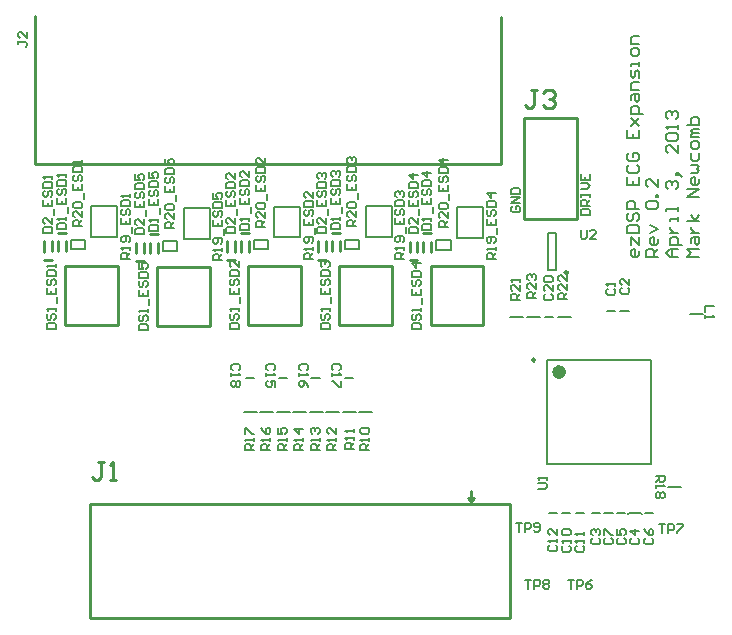
<source format=gto>
%FSLAX25Y25*%
%MOIN*%
G70*
G01*
G75*
G04 Layer_Color=65535*
%ADD10R,0.03150X0.03150*%
%ADD11O,0.00984X0.05906*%
%ADD12O,0.05906X0.00984*%
%ADD13R,0.03543X0.02559*%
%ADD14R,0.01575X0.01378*%
%ADD15R,0.09449X0.06693*%
%ADD16R,0.04528X0.02756*%
%ADD17R,0.03150X0.02362*%
%ADD18R,0.03543X0.02362*%
%ADD19R,0.05000X0.10000*%
%ADD20C,0.04000*%
%ADD21R,0.02400X0.07400*%
%ADD22C,0.03000*%
%ADD23C,0.00800*%
%ADD24C,0.02000*%
%ADD25C,0.01500*%
%ADD26C,0.02500*%
%ADD27C,0.01000*%
%ADD28C,0.00700*%
%ADD29C,0.01200*%
%ADD30R,0.05700X0.15400*%
%ADD31R,0.07500X0.37100*%
%ADD32R,0.06900X0.17500*%
%ADD33R,0.31800X0.05600*%
%ADD34R,0.45600X0.06300*%
%ADD35R,0.08100X0.04200*%
%ADD36R,0.09200X0.14200*%
%ADD37R,0.09400X0.04200*%
%ADD38R,0.23100X0.07700*%
%ADD39R,0.14800X0.05700*%
%ADD40R,0.03600X0.14100*%
%ADD41R,0.02200X0.05400*%
%ADD42R,0.02158X0.06200*%
%ADD43R,0.22800X0.13900*%
%ADD44C,0.05906*%
%ADD45C,0.05512*%
%ADD46C,0.14173*%
%ADD47C,0.02500*%
%ADD48R,0.09449X0.02992*%
%ADD49R,0.38300X0.04600*%
%ADD50R,0.25500X0.07100*%
%ADD51R,0.15800X0.14200*%
%ADD52R,0.21700X0.05400*%
%ADD53R,0.25000X0.07200*%
%ADD54R,0.23800X0.05800*%
%ADD55R,0.25700X0.08500*%
%ADD56R,0.24900X0.08000*%
%ADD57C,0.02362*%
%ADD58C,0.00984*%
%ADD59C,0.00600*%
%ADD60C,0.00787*%
D27*
X291900Y393112D02*
X300597D01*
Y412797D01*
X283006D02*
X300597D01*
X283006Y393112D02*
Y412797D01*
Y393112D02*
X291900D01*
X383000Y393458D02*
X391697D01*
Y413142D01*
X374106D02*
X391697D01*
X374106Y393458D02*
Y413142D01*
Y393458D02*
X383000D01*
X352600Y393657D02*
X361297D01*
Y413343D01*
X343706D02*
X361297D01*
X343706Y393657D02*
Y413343D01*
Y393657D02*
X352600D01*
X322200Y393572D02*
X330897D01*
Y413257D01*
X313306D02*
X330897D01*
X313306Y393572D02*
Y413257D01*
Y393572D02*
X322200D01*
X261200Y393657D02*
X269897D01*
Y413343D01*
X252306D02*
X269897D01*
X252306Y393657D02*
Y413343D01*
Y393657D02*
X261200D01*
X397579Y447165D02*
Y496378D01*
X242106Y447165D02*
X397579D01*
X242087Y447185D02*
X242106Y447165D01*
X242087Y447185D02*
Y496476D01*
X280621Y417627D02*
Y420973D01*
Y423828D02*
X283179D01*
Y417627D02*
Y421072D01*
X278579Y417627D02*
Y420973D01*
X276021Y414772D02*
X278579D01*
X276021Y417528D02*
Y420973D01*
X371721Y417972D02*
Y421319D01*
Y424173D02*
X374279D01*
Y417972D02*
Y421417D01*
X369679Y417972D02*
Y421319D01*
X367121Y415118D02*
X369679D01*
X367121Y417874D02*
Y421319D01*
X341320Y418172D02*
Y421519D01*
Y424373D02*
X343880D01*
Y418172D02*
Y421617D01*
X339280Y418172D02*
Y421519D01*
X336720Y415318D02*
X339280D01*
X336720Y418074D02*
Y421519D01*
X310921Y418087D02*
Y421433D01*
Y424287D02*
X313479D01*
Y418087D02*
Y421531D01*
X308879Y418087D02*
Y421433D01*
X306321Y415232D02*
X308879D01*
X306321Y417988D02*
Y421433D01*
X249921Y418172D02*
Y421519D01*
Y424373D02*
X252480D01*
Y418172D02*
Y421617D01*
X247880Y418172D02*
Y421519D01*
X245321Y415318D02*
X247880D01*
X245321Y418074D02*
Y421519D01*
X422666Y462534D02*
X422765Y462435D01*
Y428774D02*
Y462435D01*
X405343Y428774D02*
X422765D01*
X405245Y428872D02*
X405343Y428774D01*
X405245Y428872D02*
Y462534D01*
X422666D01*
X260708Y295800D02*
X400692D01*
X260708D02*
Y334000D01*
X400692D01*
Y295800D02*
Y334000D01*
X387700Y334900D02*
Y338400D01*
X386700Y335900D02*
X387700Y334900D01*
X388700Y335900D01*
X409699Y471998D02*
X407699D01*
X408699D01*
Y467000D01*
X407699Y466000D01*
X406700D01*
X405700Y467000D01*
X411698Y470998D02*
X412698Y471998D01*
X414697D01*
X415697Y470998D01*
Y469999D01*
X414697Y468999D01*
X413697D01*
X414697D01*
X415697Y467999D01*
Y467000D01*
X414697Y466000D01*
X412698D01*
X411698Y467000D01*
X265241Y347899D02*
X263242D01*
X264241D01*
Y342900D01*
X263242Y341900D01*
X262242D01*
X261242Y342900D01*
X267240Y341900D02*
X269240D01*
X268240D01*
Y347899D01*
X267240Y346899D01*
D28*
X463600Y416400D02*
X459601D01*
X460934Y417733D01*
X459601Y419066D01*
X463600D01*
X460934Y421065D02*
Y422398D01*
X461601Y423065D01*
X463600D01*
Y421065D01*
X462934Y420399D01*
X462267Y421065D01*
Y423065D01*
X460934Y424397D02*
X463600D01*
X462267D01*
X461601Y425064D01*
X460934Y425730D01*
Y426397D01*
X463600Y428396D02*
X459601D01*
X462267D02*
X460934Y430396D01*
X462267Y428396D02*
X463600Y430396D01*
Y436393D02*
X459601D01*
X463600Y439059D01*
X459601D01*
X463600Y442392D02*
Y441059D01*
X462934Y440392D01*
X461601D01*
X460934Y441059D01*
Y442392D01*
X461601Y443058D01*
X462267D01*
Y440392D01*
X460934Y444391D02*
X462934D01*
X463600Y445057D01*
X462934Y445724D01*
X463600Y446390D01*
X462934Y447057D01*
X460934D01*
Y451055D02*
Y449056D01*
X461601Y448390D01*
X462934D01*
X463600Y449056D01*
Y451055D01*
Y453055D02*
Y454388D01*
X462934Y455054D01*
X461601D01*
X460934Y454388D01*
Y453055D01*
X461601Y452388D01*
X462934D01*
X463600Y453055D01*
Y456387D02*
X460934D01*
Y457054D01*
X461601Y457720D01*
X463600D01*
X461601D01*
X460934Y458386D01*
X461601Y459053D01*
X463600D01*
X459601Y460386D02*
X463600D01*
Y462385D01*
X462934Y463052D01*
X462267D01*
X461601D01*
X460934Y462385D01*
Y460386D01*
X456600Y416200D02*
X453934D01*
X452601Y417533D01*
X453934Y418866D01*
X456600D01*
X454601D01*
Y416200D01*
X457933Y420199D02*
X453934D01*
Y422198D01*
X454601Y422864D01*
X455934D01*
X456600Y422198D01*
Y420199D01*
X453934Y424197D02*
X456600D01*
X455267D01*
X454601Y424864D01*
X453934Y425530D01*
Y426197D01*
X456600Y428196D02*
Y429529D01*
Y428863D01*
X453934D01*
Y428196D01*
X456600Y431528D02*
Y432861D01*
Y432195D01*
X452601D01*
Y431528D01*
X453268Y438859D02*
X452601Y439526D01*
Y440859D01*
X453268Y441525D01*
X453934D01*
X454601Y440859D01*
Y440192D01*
Y440859D01*
X455267Y441525D01*
X455934D01*
X456600Y440859D01*
Y439526D01*
X455934Y438859D01*
X457266Y443525D02*
X456600Y444191D01*
X455934D01*
Y443525D01*
X456600D01*
Y444191D01*
X457266Y443525D01*
X457933Y442858D01*
X456600Y453521D02*
Y450855D01*
X453934Y453521D01*
X453268D01*
X452601Y452855D01*
Y451522D01*
X453268Y450855D01*
Y454854D02*
X452601Y455521D01*
Y456853D01*
X453268Y457520D01*
X455934D01*
X456600Y456853D01*
Y455521D01*
X455934Y454854D01*
X453268D01*
X456600Y458853D02*
Y460186D01*
Y459519D01*
X452601D01*
X453268Y458853D01*
Y462185D02*
X452601Y462852D01*
Y464185D01*
X453268Y464851D01*
X453934D01*
X454601Y464185D01*
Y463518D01*
Y464185D01*
X455267Y464851D01*
X455934D01*
X456600Y464185D01*
Y462852D01*
X455934Y462185D01*
X450000Y416200D02*
X446001D01*
Y418199D01*
X446668Y418866D01*
X448001D01*
X448667Y418199D01*
Y416200D01*
Y417533D02*
X450000Y418866D01*
Y422198D02*
Y420865D01*
X449334Y420199D01*
X448001D01*
X447334Y420865D01*
Y422198D01*
X448001Y422864D01*
X448667D01*
Y420199D01*
X447334Y424197D02*
X450000Y425530D01*
X447334Y426863D01*
X446668Y432195D02*
X446001Y432861D01*
Y434194D01*
X446668Y434861D01*
X449334D01*
X450000Y434194D01*
Y432861D01*
X449334Y432195D01*
X446668D01*
X450000Y436194D02*
X449334D01*
Y436860D01*
X450000D01*
Y436194D01*
Y442192D02*
Y439526D01*
X447334Y442192D01*
X446668D01*
X446001Y441525D01*
Y440192D01*
X446668Y439526D01*
X443600Y418099D02*
Y416766D01*
X442934Y416100D01*
X441601D01*
X440934Y416766D01*
Y418099D01*
X441601Y418766D01*
X442267D01*
Y416100D01*
X440934Y420099D02*
Y422764D01*
X443600Y420099D01*
Y422764D01*
X439601Y424097D02*
X443600D01*
Y426097D01*
X442934Y426763D01*
X440268D01*
X439601Y426097D01*
Y424097D01*
X440268Y430762D02*
X439601Y430095D01*
Y428763D01*
X440268Y428096D01*
X440934D01*
X441601Y428763D01*
Y430095D01*
X442267Y430762D01*
X442934D01*
X443600Y430095D01*
Y428763D01*
X442934Y428096D01*
X443600Y432095D02*
X439601D01*
Y434094D01*
X440268Y434761D01*
X441601D01*
X442267Y434094D01*
Y432095D01*
X439601Y442758D02*
Y440092D01*
X443600D01*
Y442758D01*
X441601Y440092D02*
Y441425D01*
X440268Y446757D02*
X439601Y446090D01*
Y444757D01*
X440268Y444091D01*
X442934D01*
X443600Y444757D01*
Y446090D01*
X442934Y446757D01*
X440268Y450756D02*
X439601Y450089D01*
Y448756D01*
X440268Y448090D01*
X442934D01*
X443600Y448756D01*
Y450089D01*
X442934Y450756D01*
X441601D01*
Y449423D01*
X439601Y458753D02*
Y456087D01*
X443600D01*
Y458753D01*
X441601Y456087D02*
Y457420D01*
X440934Y460086D02*
X443600Y462752D01*
X442267Y461419D01*
X440934Y462752D01*
X443600Y460086D01*
X444933Y464084D02*
X440934D01*
Y466084D01*
X441601Y466750D01*
X442934D01*
X443600Y466084D01*
Y464084D01*
X440934Y468750D02*
Y470083D01*
X441601Y470749D01*
X443600D01*
Y468750D01*
X442934Y468083D01*
X442267Y468750D01*
Y470749D01*
X443600Y472082D02*
X440934D01*
Y474081D01*
X441601Y474748D01*
X443600D01*
Y476081D02*
Y478080D01*
X442934Y478747D01*
X442267Y478080D01*
Y476747D01*
X441601Y476081D01*
X440934Y476747D01*
Y478747D01*
X443600Y480079D02*
Y481412D01*
Y480746D01*
X440934D01*
Y480079D01*
X443600Y484078D02*
Y485411D01*
X442934Y486077D01*
X441601D01*
X440934Y485411D01*
Y484078D01*
X441601Y483412D01*
X442934D01*
X443600Y484078D01*
Y487410D02*
X440934D01*
Y489410D01*
X441601Y490076D01*
X443600D01*
D57*
X418138Y377920D02*
G03*
X418138Y377920I-1181J0D01*
G01*
D58*
X408984Y381955D02*
G03*
X408984Y381955I-492J0D01*
G01*
X419816Y411013D02*
G03*
X419816Y411013I-492J0D01*
G01*
D59*
X312422Y376000D02*
X315178D01*
X345422D02*
X348178D01*
X334378D02*
X337134D01*
X323522D02*
X326278D01*
X437385Y398234D02*
X440140D01*
X432845D02*
X435601D01*
X445465Y330934D02*
X448220D01*
X432065Y331034D02*
X434821D01*
X436265D02*
X439020D01*
X444016D02*
X444508Y330542D01*
X443720Y331034D02*
X444016D01*
X439882Y330542D02*
X440374Y331034D01*
X440965D01*
X443720D01*
X427765D02*
X430520D01*
X413465Y330978D02*
X416221D01*
X417965D02*
X420720D01*
X422465D02*
X425220D01*
X350269Y364679D02*
X354599D01*
X344769Y364655D02*
X349099D01*
X339268Y364679D02*
X343599D01*
X333769D02*
X338099D01*
X328269Y364600D02*
X332599D01*
X322768D02*
X327099D01*
X317268Y364679D02*
X321599D01*
X311769D02*
X316099D01*
X291769Y422336D02*
Y432572D01*
Y422336D02*
X300431D01*
Y432572D01*
X291769D02*
X300431D01*
X284938Y421475D02*
X289662D01*
Y418325D02*
Y421475D01*
X284938Y418325D02*
X289662D01*
X284938D02*
Y421475D01*
X382869Y422682D02*
Y432918D01*
Y422682D02*
X391531D01*
Y432918D01*
X382869D02*
X391531D01*
X376038Y421820D02*
X380762D01*
Y418671D02*
Y421820D01*
X376038Y418671D02*
X380762D01*
X376038D02*
Y421820D01*
X352469Y422882D02*
Y433118D01*
Y422882D02*
X361131D01*
Y433118D01*
X352469D02*
X361131D01*
X345638Y422020D02*
X350362D01*
Y418871D02*
Y422020D01*
X345638Y418871D02*
X350362D01*
X345638D02*
Y422020D01*
X322069Y422796D02*
Y433032D01*
Y422796D02*
X330731D01*
Y433032D01*
X322069D02*
X330731D01*
X315238Y421935D02*
X319962D01*
Y418785D02*
Y421935D01*
X315238Y418785D02*
X319962D01*
X315238D02*
Y421935D01*
X254238Y422020D02*
X258962D01*
Y418871D02*
Y422020D01*
X254238Y418871D02*
X258962D01*
X254238D02*
Y422020D01*
X261069Y422882D02*
Y433118D01*
Y422882D02*
X269731D01*
Y433118D01*
X261069D02*
X269731D01*
X453135Y339600D02*
X457465D01*
X460535Y397400D02*
X464865D01*
X412222Y396100D02*
X414978D01*
X416435D02*
X420765D01*
X400435D02*
X404765D01*
X406135D02*
X410465D01*
X409901Y339000D02*
X412400D01*
X412900Y339500D01*
Y340499D01*
X412400Y340999D01*
X409901D01*
X412900Y341999D02*
Y342999D01*
Y342499D01*
X409901D01*
X410401Y341999D01*
X288700Y425900D02*
X285701D01*
Y427399D01*
X286201Y427899D01*
X287200D01*
X287700Y427399D01*
Y425900D01*
Y426900D02*
X288700Y427899D01*
Y430898D02*
Y428899D01*
X286701Y430898D01*
X286201D01*
X285701Y430399D01*
Y429399D01*
X286201Y428899D01*
Y431898D02*
X285701Y432398D01*
Y433398D01*
X286201Y433897D01*
X288200D01*
X288700Y433398D01*
Y432398D01*
X288200Y431898D01*
X286201D01*
X289200Y434897D02*
Y436896D01*
X285701Y439895D02*
Y437896D01*
X288700D01*
Y439895D01*
X287200Y437896D02*
Y438896D01*
X286201Y442895D02*
X285701Y442395D01*
Y441395D01*
X286201Y440895D01*
X286701D01*
X287200Y441395D01*
Y442395D01*
X287700Y442895D01*
X288200D01*
X288700Y442395D01*
Y441395D01*
X288200Y440895D01*
X285701Y443894D02*
X288700D01*
Y445394D01*
X288200Y445893D01*
X286201D01*
X285701Y445394D01*
Y443894D01*
Y448893D02*
Y446893D01*
X287200D01*
X286701Y447893D01*
Y448393D01*
X287200Y448893D01*
X288200D01*
X288700Y448393D01*
Y447393D01*
X288200Y446893D01*
X379800Y426246D02*
X376801D01*
Y427745D01*
X377301Y428245D01*
X378300D01*
X378800Y427745D01*
Y426246D01*
Y427245D02*
X379800Y428245D01*
Y431244D02*
Y429245D01*
X377801Y431244D01*
X377301D01*
X376801Y430744D01*
Y429744D01*
X377301Y429245D01*
Y432244D02*
X376801Y432744D01*
Y433743D01*
X377301Y434243D01*
X379300D01*
X379800Y433743D01*
Y432744D01*
X379300Y432244D01*
X377301D01*
X380300Y435243D02*
Y437242D01*
X376801Y440241D02*
Y438242D01*
X379800D01*
Y440241D01*
X378300Y438242D02*
Y439242D01*
X377301Y443240D02*
X376801Y442740D01*
Y441741D01*
X377301Y441241D01*
X377801D01*
X378300Y441741D01*
Y442740D01*
X378800Y443240D01*
X379300D01*
X379800Y442740D01*
Y441741D01*
X379300Y441241D01*
X376801Y444240D02*
X379800D01*
Y445739D01*
X379300Y446239D01*
X377301D01*
X376801Y445739D01*
Y444240D01*
X379800Y448738D02*
X376801D01*
X378300Y447239D01*
Y449238D01*
X349400Y426446D02*
X346401D01*
Y427945D01*
X346901Y428445D01*
X347901D01*
X348400Y427945D01*
Y426446D01*
Y427445D02*
X349400Y428445D01*
Y431444D02*
Y429445D01*
X347401Y431444D01*
X346901D01*
X346401Y430944D01*
Y429945D01*
X346901Y429445D01*
Y432444D02*
X346401Y432944D01*
Y433943D01*
X346901Y434443D01*
X348900D01*
X349400Y433943D01*
Y432944D01*
X348900Y432444D01*
X346901D01*
X349900Y435443D02*
Y437442D01*
X346401Y440441D02*
Y438442D01*
X349400D01*
Y440441D01*
X347901Y438442D02*
Y439441D01*
X346901Y443440D02*
X346401Y442940D01*
Y441941D01*
X346901Y441441D01*
X347401D01*
X347901Y441941D01*
Y442940D01*
X348400Y443440D01*
X348900D01*
X349400Y442940D01*
Y441941D01*
X348900Y441441D01*
X346401Y444440D02*
X349400D01*
Y445939D01*
X348900Y446439D01*
X346901D01*
X346401Y445939D01*
Y444440D01*
X346901Y447439D02*
X346401Y447939D01*
Y448938D01*
X346901Y449438D01*
X347401D01*
X347901Y448938D01*
Y448439D01*
Y448938D01*
X348400Y449438D01*
X348900D01*
X349400Y448938D01*
Y447939D01*
X348900Y447439D01*
X319000Y426360D02*
X316001D01*
Y427859D01*
X316501Y428359D01*
X317500D01*
X318000Y427859D01*
Y426360D01*
Y427359D02*
X319000Y428359D01*
Y431358D02*
Y429359D01*
X317001Y431358D01*
X316501D01*
X316001Y430858D01*
Y429859D01*
X316501Y429359D01*
Y432358D02*
X316001Y432858D01*
Y433857D01*
X316501Y434357D01*
X318500D01*
X319000Y433857D01*
Y432858D01*
X318500Y432358D01*
X316501D01*
X319500Y435357D02*
Y437356D01*
X316001Y440355D02*
Y438356D01*
X319000D01*
Y440355D01*
X317500Y438356D02*
Y439356D01*
X316501Y443354D02*
X316001Y442854D01*
Y441855D01*
X316501Y441355D01*
X317001D01*
X317500Y441855D01*
Y442854D01*
X318000Y443354D01*
X318500D01*
X319000Y442854D01*
Y441855D01*
X318500Y441355D01*
X316001Y444354D02*
X319000D01*
Y445854D01*
X318500Y446353D01*
X316501D01*
X316001Y445854D01*
Y444354D01*
X319000Y449352D02*
Y447353D01*
X317001Y449352D01*
X316501D01*
X316001Y448853D01*
Y447853D01*
X316501Y447353D01*
X258000Y426446D02*
X255001D01*
Y427945D01*
X255501Y428445D01*
X256501D01*
X257000Y427945D01*
Y426446D01*
Y427445D02*
X258000Y428445D01*
Y431444D02*
Y429445D01*
X256001Y431444D01*
X255501D01*
X255001Y430944D01*
Y429945D01*
X255501Y429445D01*
Y432444D02*
X255001Y432944D01*
Y433943D01*
X255501Y434443D01*
X257500D01*
X258000Y433943D01*
Y432944D01*
X257500Y432444D01*
X255501D01*
X258500Y435443D02*
Y437442D01*
X255001Y440441D02*
Y438442D01*
X258000D01*
Y440441D01*
X256501Y438442D02*
Y439441D01*
X255501Y443440D02*
X255001Y442940D01*
Y441941D01*
X255501Y441441D01*
X256001D01*
X256501Y441941D01*
Y442940D01*
X257000Y443440D01*
X257500D01*
X258000Y442940D01*
Y441941D01*
X257500Y441441D01*
X255001Y444440D02*
X258000D01*
Y445939D01*
X257500Y446439D01*
X255501D01*
X255001Y445939D01*
Y444440D01*
X258000Y447439D02*
Y448439D01*
Y447939D01*
X255001D01*
X255501Y447439D01*
X304700Y415100D02*
X301701D01*
Y416600D01*
X302201Y417099D01*
X303201D01*
X303700Y416600D01*
Y415100D01*
Y416100D02*
X304700Y417099D01*
Y418099D02*
Y419099D01*
Y418599D01*
X301701D01*
X302201Y418099D01*
X304200Y420598D02*
X304700Y421098D01*
Y422098D01*
X304200Y422598D01*
X302201D01*
X301701Y422098D01*
Y421098D01*
X302201Y420598D01*
X302701D01*
X303201Y421098D01*
Y422598D01*
X305200Y423597D02*
Y425597D01*
X301701Y428596D02*
Y426596D01*
X304700D01*
Y428596D01*
X303201Y426596D02*
Y427596D01*
X302201Y431595D02*
X301701Y431095D01*
Y430095D01*
X302201Y429595D01*
X302701D01*
X303201Y430095D01*
Y431095D01*
X303700Y431595D01*
X304200D01*
X304700Y431095D01*
Y430095D01*
X304200Y429595D01*
X301701Y432594D02*
X304700D01*
Y434094D01*
X304200Y434594D01*
X302201D01*
X301701Y434094D01*
Y432594D01*
Y437593D02*
Y435593D01*
X303201D01*
X302701Y436593D01*
Y437093D01*
X303201Y437593D01*
X304200D01*
X304700Y437093D01*
Y436093D01*
X304200Y435593D01*
X395800Y415446D02*
X392801D01*
Y416945D01*
X393301Y417445D01*
X394301D01*
X394800Y416945D01*
Y415446D01*
Y416445D02*
X395800Y417445D01*
Y418445D02*
Y419444D01*
Y418945D01*
X392801D01*
X393301Y418445D01*
X395300Y420944D02*
X395800Y421444D01*
Y422443D01*
X395300Y422943D01*
X393301D01*
X392801Y422443D01*
Y421444D01*
X393301Y420944D01*
X393801D01*
X394301Y421444D01*
Y422943D01*
X396300Y423943D02*
Y425942D01*
X392801Y428941D02*
Y426942D01*
X395800D01*
Y428941D01*
X394301Y426942D02*
Y427942D01*
X393301Y431940D02*
X392801Y431440D01*
Y430441D01*
X393301Y429941D01*
X393801D01*
X394301Y430441D01*
Y431440D01*
X394800Y431940D01*
X395300D01*
X395800Y431440D01*
Y430441D01*
X395300Y429941D01*
X392801Y432940D02*
X395800D01*
Y434440D01*
X395300Y434939D01*
X393301D01*
X392801Y434440D01*
Y432940D01*
X395800Y437439D02*
X392801D01*
X394301Y435939D01*
Y437938D01*
X365400Y415646D02*
X362401D01*
Y417145D01*
X362901Y417645D01*
X363900D01*
X364400Y417145D01*
Y415646D01*
Y416645D02*
X365400Y417645D01*
Y418645D02*
Y419644D01*
Y419144D01*
X362401D01*
X362901Y418645D01*
X364900Y421144D02*
X365400Y421644D01*
Y422643D01*
X364900Y423143D01*
X362901D01*
X362401Y422643D01*
Y421644D01*
X362901Y421144D01*
X363401D01*
X363900Y421644D01*
Y423143D01*
X365900Y424143D02*
Y426142D01*
X362401Y429141D02*
Y427142D01*
X365400D01*
Y429141D01*
X363900Y427142D02*
Y428142D01*
X362901Y432140D02*
X362401Y431640D01*
Y430641D01*
X362901Y430141D01*
X363401D01*
X363900Y430641D01*
Y431640D01*
X364400Y432140D01*
X364900D01*
X365400Y431640D01*
Y430641D01*
X364900Y430141D01*
X362401Y433140D02*
X365400D01*
Y434640D01*
X364900Y435139D01*
X362901D01*
X362401Y434640D01*
Y433140D01*
X362901Y436139D02*
X362401Y436639D01*
Y437639D01*
X362901Y438138D01*
X363401D01*
X363900Y437639D01*
Y437139D01*
Y437639D01*
X364400Y438138D01*
X364900D01*
X365400Y437639D01*
Y436639D01*
X364900Y436139D01*
X335000Y415560D02*
X332001D01*
Y417059D01*
X332501Y417559D01*
X333501D01*
X334000Y417059D01*
Y415560D01*
Y416560D02*
X335000Y417559D01*
Y418559D02*
Y419559D01*
Y419059D01*
X332001D01*
X332501Y418559D01*
X334500Y421058D02*
X335000Y421558D01*
Y422558D01*
X334500Y423057D01*
X332501D01*
X332001Y422558D01*
Y421558D01*
X332501Y421058D01*
X333001D01*
X333501Y421558D01*
Y423057D01*
X335500Y424057D02*
Y426056D01*
X332001Y429056D02*
Y427056D01*
X335000D01*
Y429056D01*
X333501Y427056D02*
Y428056D01*
X332501Y432055D02*
X332001Y431555D01*
Y430555D01*
X332501Y430055D01*
X333001D01*
X333501Y430555D01*
Y431555D01*
X334000Y432055D01*
X334500D01*
X335000Y431555D01*
Y430555D01*
X334500Y430055D01*
X332001Y433054D02*
X335000D01*
Y434554D01*
X334500Y435053D01*
X332501D01*
X332001Y434554D01*
Y433054D01*
X335000Y438053D02*
Y436053D01*
X333001Y438053D01*
X332501D01*
X332001Y437553D01*
Y436553D01*
X332501Y436053D01*
X274000Y415646D02*
X271001D01*
Y417145D01*
X271501Y417645D01*
X272500D01*
X273000Y417145D01*
Y415646D01*
Y416645D02*
X274000Y417645D01*
Y418645D02*
Y419644D01*
Y419144D01*
X271001D01*
X271501Y418645D01*
X273500Y421144D02*
X274000Y421644D01*
Y422643D01*
X273500Y423143D01*
X271501D01*
X271001Y422643D01*
Y421644D01*
X271501Y421144D01*
X272001D01*
X272500Y421644D01*
Y423143D01*
X274500Y424143D02*
Y426142D01*
X271001Y429141D02*
Y427142D01*
X274000D01*
Y429141D01*
X272500Y427142D02*
Y428142D01*
X271501Y432140D02*
X271001Y431640D01*
Y430641D01*
X271501Y430141D01*
X272001D01*
X272500Y430641D01*
Y431640D01*
X273000Y432140D01*
X273500D01*
X274000Y431640D01*
Y430641D01*
X273500Y430141D01*
X271001Y433140D02*
X274000D01*
Y434640D01*
X273500Y435139D01*
X271501D01*
X271001Y434640D01*
Y433140D01*
X274000Y436139D02*
Y437139D01*
Y436639D01*
X271001D01*
X271501Y436139D01*
X449200Y343300D02*
X452199D01*
Y341800D01*
X451699Y341301D01*
X450700D01*
X450200Y341800D01*
Y343300D01*
Y342300D02*
X449200Y341301D01*
Y340301D02*
Y339301D01*
Y339801D01*
X452199D01*
X451699Y340301D01*
Y337802D02*
X452199Y337302D01*
Y336302D01*
X451699Y335802D01*
X451199D01*
X450700Y336302D01*
X450200Y335802D01*
X449700D01*
X449200Y336302D01*
Y337302D01*
X449700Y337802D01*
X450200D01*
X450700Y337302D01*
X451199Y337802D01*
X451699D01*
X450700Y337302D02*
Y336302D01*
X315234Y351879D02*
X312235D01*
Y353378D01*
X312735Y353878D01*
X313734D01*
X314234Y353378D01*
Y351879D01*
Y352878D02*
X315234Y353878D01*
Y354878D02*
Y355877D01*
Y355378D01*
X312235D01*
X312735Y354878D01*
X312235Y357377D02*
Y359376D01*
X312735D01*
X314734Y357377D01*
X315234D01*
X320734Y351879D02*
X317735D01*
Y353378D01*
X318235Y353878D01*
X319234D01*
X319734Y353378D01*
Y351879D01*
Y352878D02*
X320734Y353878D01*
Y354878D02*
Y355877D01*
Y355378D01*
X317735D01*
X318235Y354878D01*
X317735Y359376D02*
X318235Y358377D01*
X319234Y357377D01*
X320234D01*
X320734Y357877D01*
Y358876D01*
X320234Y359376D01*
X319734D01*
X319234Y358876D01*
Y357377D01*
X326234Y351800D02*
X323235D01*
Y353299D01*
X323735Y353799D01*
X324734D01*
X325234Y353299D01*
Y351800D01*
Y352800D02*
X326234Y353799D01*
Y354799D02*
Y355799D01*
Y355299D01*
X323235D01*
X323735Y354799D01*
X323235Y359298D02*
Y357298D01*
X324734D01*
X324235Y358298D01*
Y358798D01*
X324734Y359298D01*
X325734D01*
X326234Y358798D01*
Y357798D01*
X325734Y357298D01*
X331734Y351800D02*
X328735D01*
Y353299D01*
X329235Y353799D01*
X330234D01*
X330734Y353299D01*
Y351800D01*
Y352800D02*
X331734Y353799D01*
Y354799D02*
Y355799D01*
Y355299D01*
X328735D01*
X329235Y354799D01*
X331734Y358798D02*
X328735D01*
X330234Y357298D01*
Y359298D01*
X337234Y351879D02*
X334235D01*
Y353378D01*
X334735Y353878D01*
X335734D01*
X336234Y353378D01*
Y351879D01*
Y352878D02*
X337234Y353878D01*
Y354878D02*
Y355877D01*
Y355378D01*
X334235D01*
X334735Y354878D01*
Y357377D02*
X334235Y357877D01*
Y358876D01*
X334735Y359376D01*
X335234D01*
X335734Y358876D01*
Y358377D01*
Y358876D01*
X336234Y359376D01*
X336734D01*
X337234Y358876D01*
Y357877D01*
X336734Y357377D01*
X342734Y351879D02*
X339735D01*
Y353378D01*
X340235Y353878D01*
X341234D01*
X341734Y353378D01*
Y351879D01*
Y352878D02*
X342734Y353878D01*
Y354878D02*
Y355877D01*
Y355378D01*
X339735D01*
X340235Y354878D01*
X342734Y359376D02*
Y357377D01*
X340735Y359376D01*
X340235D01*
X339735Y358876D01*
Y357877D01*
X340235Y357377D01*
X348702Y352261D02*
X345703D01*
Y353760D01*
X346203Y354260D01*
X347203D01*
X347703Y353760D01*
Y352261D01*
Y353260D02*
X348702Y354260D01*
Y355260D02*
Y356259D01*
Y355760D01*
X345703D01*
X346203Y355260D01*
X348702Y357759D02*
Y358758D01*
Y358259D01*
X345703D01*
X346203Y357759D01*
X353734Y351879D02*
X350735D01*
Y353378D01*
X351235Y353878D01*
X352234D01*
X352734Y353378D01*
Y351879D01*
Y352878D02*
X353734Y353878D01*
Y354878D02*
Y355877D01*
Y355378D01*
X350735D01*
X351235Y354878D01*
Y357377D02*
X350735Y357877D01*
Y358876D01*
X351235Y359376D01*
X353234D01*
X353734Y358876D01*
Y357877D01*
X353234Y357377D01*
X351235D01*
X468599Y399800D02*
X465600D01*
Y397801D01*
Y396801D02*
Y395801D01*
Y396301D01*
X468599D01*
X468099Y396801D01*
X236690Y488276D02*
Y487276D01*
Y487776D01*
X239189D01*
X239689Y487276D01*
Y486776D01*
X239189Y486276D01*
X239689Y491275D02*
Y489275D01*
X237690Y491275D01*
X237190D01*
X236690Y490775D01*
Y489775D01*
X237190Y489275D01*
X276801Y391854D02*
X279800D01*
Y393354D01*
X279300Y393854D01*
X277301D01*
X276801Y393354D01*
Y391854D01*
X277301Y396853D02*
X276801Y396353D01*
Y395353D01*
X277301Y394853D01*
X277801D01*
X278300Y395353D01*
Y396353D01*
X278800Y396853D01*
X279300D01*
X279800Y396353D01*
Y395353D01*
X279300Y394853D01*
X279800Y397852D02*
Y398852D01*
Y398352D01*
X276801D01*
X277301Y397852D01*
X280300Y400352D02*
Y402351D01*
X276801Y405350D02*
Y403351D01*
X279800D01*
Y405350D01*
X278300Y403351D02*
Y404350D01*
X277301Y408349D02*
X276801Y407849D01*
Y406849D01*
X277301Y406350D01*
X277801D01*
X278300Y406849D01*
Y407849D01*
X278800Y408349D01*
X279300D01*
X279800Y407849D01*
Y406849D01*
X279300Y406350D01*
X276801Y409349D02*
X279800D01*
Y410848D01*
X279300Y411348D01*
X277301D01*
X276801Y410848D01*
Y409349D01*
Y414347D02*
Y412348D01*
X278300D01*
X277801Y413347D01*
Y413847D01*
X278300Y414347D01*
X279300D01*
X279800Y413847D01*
Y412848D01*
X279300Y412348D01*
X367901Y392200D02*
X370900D01*
Y393700D01*
X370400Y394199D01*
X368401D01*
X367901Y393700D01*
Y392200D01*
X368401Y397198D02*
X367901Y396698D01*
Y395699D01*
X368401Y395199D01*
X368901D01*
X369401Y395699D01*
Y396698D01*
X369900Y397198D01*
X370400D01*
X370900Y396698D01*
Y395699D01*
X370400Y395199D01*
X370900Y398198D02*
Y399198D01*
Y398698D01*
X367901D01*
X368401Y398198D01*
X371400Y400697D02*
Y402697D01*
X367901Y405696D02*
Y403696D01*
X370900D01*
Y405696D01*
X369401Y403696D02*
Y404696D01*
X368401Y408695D02*
X367901Y408195D01*
Y407195D01*
X368401Y406695D01*
X368901D01*
X369401Y407195D01*
Y408195D01*
X369900Y408695D01*
X370400D01*
X370900Y408195D01*
Y407195D01*
X370400Y406695D01*
X367901Y409694D02*
X370900D01*
Y411194D01*
X370400Y411694D01*
X368401D01*
X367901Y411194D01*
Y409694D01*
X370900Y414193D02*
X367901D01*
X369401Y412693D01*
Y414693D01*
X337501Y392400D02*
X340500D01*
Y393899D01*
X340000Y394399D01*
X338001D01*
X337501Y393899D01*
Y392400D01*
X338001Y397398D02*
X337501Y396899D01*
Y395899D01*
X338001Y395399D01*
X338501D01*
X339001Y395899D01*
Y396899D01*
X339500Y397398D01*
X340000D01*
X340500Y396899D01*
Y395899D01*
X340000Y395399D01*
X340500Y398398D02*
Y399398D01*
Y398898D01*
X337501D01*
X338001Y398398D01*
X341000Y400897D02*
Y402897D01*
X337501Y405896D02*
Y403896D01*
X340500D01*
Y405896D01*
X339001Y403896D02*
Y404896D01*
X338001Y408895D02*
X337501Y408395D01*
Y407395D01*
X338001Y406895D01*
X338501D01*
X339001Y407395D01*
Y408395D01*
X339500Y408895D01*
X340000D01*
X340500Y408395D01*
Y407395D01*
X340000Y406895D01*
X337501Y409894D02*
X340500D01*
Y411394D01*
X340000Y411894D01*
X338001D01*
X337501Y411394D01*
Y409894D01*
X338001Y412893D02*
X337501Y413393D01*
Y414393D01*
X338001Y414893D01*
X338501D01*
X339001Y414393D01*
Y413893D01*
Y414393D01*
X339500Y414893D01*
X340000D01*
X340500Y414393D01*
Y413393D01*
X340000Y412893D01*
X307101Y392314D02*
X310100D01*
Y393814D01*
X309600Y394314D01*
X307601D01*
X307101Y393814D01*
Y392314D01*
X307601Y397313D02*
X307101Y396813D01*
Y395813D01*
X307601Y395313D01*
X308101D01*
X308600Y395813D01*
Y396813D01*
X309100Y397313D01*
X309600D01*
X310100Y396813D01*
Y395813D01*
X309600Y395313D01*
X310100Y398312D02*
Y399312D01*
Y398812D01*
X307101D01*
X307601Y398312D01*
X310600Y400811D02*
Y402811D01*
X307101Y405810D02*
Y403811D01*
X310100D01*
Y405810D01*
X308600Y403811D02*
Y404810D01*
X307601Y408809D02*
X307101Y408309D01*
Y407309D01*
X307601Y406810D01*
X308101D01*
X308600Y407309D01*
Y408309D01*
X309100Y408809D01*
X309600D01*
X310100Y408309D01*
Y407309D01*
X309600Y406810D01*
X307101Y409808D02*
X310100D01*
Y411308D01*
X309600Y411808D01*
X307601D01*
X307101Y411308D01*
Y409808D01*
X310100Y414807D02*
Y412808D01*
X308101Y414807D01*
X307601D01*
X307101Y414307D01*
Y413307D01*
X307601Y412808D01*
X246101Y392400D02*
X249100D01*
Y393899D01*
X248600Y394399D01*
X246601D01*
X246101Y393899D01*
Y392400D01*
X246601Y397398D02*
X246101Y396899D01*
Y395899D01*
X246601Y395399D01*
X247101D01*
X247601Y395899D01*
Y396899D01*
X248100Y397398D01*
X248600D01*
X249100Y396899D01*
Y395899D01*
X248600Y395399D01*
X249100Y398398D02*
Y399398D01*
Y398898D01*
X246101D01*
X246601Y398398D01*
X249600Y400897D02*
Y402897D01*
X246101Y405896D02*
Y403896D01*
X249100D01*
Y405896D01*
X247601Y403896D02*
Y404896D01*
X246601Y408895D02*
X246101Y408395D01*
Y407395D01*
X246601Y406895D01*
X247101D01*
X247601Y407395D01*
Y408395D01*
X248100Y408895D01*
X248600D01*
X249100Y408395D01*
Y407395D01*
X248600Y406895D01*
X246101Y409894D02*
X249100D01*
Y411394D01*
X248600Y411894D01*
X246601D01*
X246101Y411394D01*
Y409894D01*
X249100Y412893D02*
Y413893D01*
Y413393D01*
X246101D01*
X246601Y412893D01*
X275701Y423800D02*
X278700D01*
Y425300D01*
X278200Y425799D01*
X276201D01*
X275701Y425300D01*
Y423800D01*
X278700Y428798D02*
Y426799D01*
X276701Y428798D01*
X276201D01*
X275701Y428299D01*
Y427299D01*
X276201Y426799D01*
X279200Y429798D02*
Y431797D01*
X275701Y434796D02*
Y432797D01*
X278700D01*
Y434796D01*
X277201Y432797D02*
Y433797D01*
X276201Y437795D02*
X275701Y437296D01*
Y436296D01*
X276201Y435796D01*
X276701D01*
X277201Y436296D01*
Y437296D01*
X277700Y437795D01*
X278200D01*
X278700Y437296D01*
Y436296D01*
X278200Y435796D01*
X275701Y438795D02*
X278700D01*
Y440295D01*
X278200Y440795D01*
X276201D01*
X275701Y440295D01*
Y438795D01*
Y443793D02*
Y441794D01*
X277201D01*
X276701Y442794D01*
Y443294D01*
X277201Y443793D01*
X278200D01*
X278700Y443294D01*
Y442294D01*
X278200Y441794D01*
X366801Y424146D02*
X369800D01*
Y425645D01*
X369300Y426145D01*
X367301D01*
X366801Y425645D01*
Y424146D01*
X369800Y429144D02*
Y427145D01*
X367801Y429144D01*
X367301D01*
X366801Y428644D01*
Y427644D01*
X367301Y427145D01*
X370300Y430144D02*
Y432143D01*
X366801Y435142D02*
Y433143D01*
X369800D01*
Y435142D01*
X368301Y433143D02*
Y434142D01*
X367301Y438141D02*
X366801Y437641D01*
Y436642D01*
X367301Y436142D01*
X367801D01*
X368301Y436642D01*
Y437641D01*
X368800Y438141D01*
X369300D01*
X369800Y437641D01*
Y436642D01*
X369300Y436142D01*
X366801Y439141D02*
X369800D01*
Y440640D01*
X369300Y441140D01*
X367301D01*
X366801Y440640D01*
Y439141D01*
X369800Y443639D02*
X366801D01*
X368301Y442140D01*
Y444139D01*
X336401Y424346D02*
X339400D01*
Y425845D01*
X338900Y426345D01*
X336901D01*
X336401Y425845D01*
Y424346D01*
X339400Y429344D02*
Y427345D01*
X337401Y429344D01*
X336901D01*
X336401Y428844D01*
Y427844D01*
X336901Y427345D01*
X339900Y430344D02*
Y432343D01*
X336401Y435342D02*
Y433343D01*
X339400D01*
Y435342D01*
X337900Y433343D02*
Y434342D01*
X336901Y438341D02*
X336401Y437841D01*
Y436842D01*
X336901Y436342D01*
X337401D01*
X337900Y436842D01*
Y437841D01*
X338400Y438341D01*
X338900D01*
X339400Y437841D01*
Y436842D01*
X338900Y436342D01*
X336401Y439341D02*
X339400D01*
Y440840D01*
X338900Y441340D01*
X336901D01*
X336401Y440840D01*
Y439341D01*
X336901Y442340D02*
X336401Y442840D01*
Y443839D01*
X336901Y444339D01*
X337401D01*
X337900Y443839D01*
Y443339D01*
Y443839D01*
X338400Y444339D01*
X338900D01*
X339400Y443839D01*
Y442840D01*
X338900Y442340D01*
X306001Y424260D02*
X309000D01*
Y425759D01*
X308500Y426259D01*
X306501D01*
X306001Y425759D01*
Y424260D01*
X309000Y429258D02*
Y427259D01*
X307001Y429258D01*
X306501D01*
X306001Y428758D01*
Y427759D01*
X306501Y427259D01*
X309500Y430258D02*
Y432257D01*
X306001Y435256D02*
Y433257D01*
X309000D01*
Y435256D01*
X307501Y433257D02*
Y434257D01*
X306501Y438255D02*
X306001Y437755D01*
Y436756D01*
X306501Y436256D01*
X307001D01*
X307501Y436756D01*
Y437755D01*
X308000Y438255D01*
X308500D01*
X309000Y437755D01*
Y436756D01*
X308500Y436256D01*
X306001Y439255D02*
X309000D01*
Y440755D01*
X308500Y441254D01*
X306501D01*
X306001Y440755D01*
Y439255D01*
X309000Y444253D02*
Y442254D01*
X307001Y444253D01*
X306501D01*
X306001Y443753D01*
Y442754D01*
X306501Y442254D01*
X245001Y424346D02*
X248000D01*
Y425845D01*
X247500Y426345D01*
X245501D01*
X245001Y425845D01*
Y424346D01*
X248000Y429344D02*
Y427345D01*
X246001Y429344D01*
X245501D01*
X245001Y428844D01*
Y427844D01*
X245501Y427345D01*
X248500Y430344D02*
Y432343D01*
X245001Y435342D02*
Y433343D01*
X248000D01*
Y435342D01*
X246500Y433343D02*
Y434342D01*
X245501Y438341D02*
X245001Y437841D01*
Y436842D01*
X245501Y436342D01*
X246001D01*
X246500Y436842D01*
Y437841D01*
X247000Y438341D01*
X247500D01*
X248000Y437841D01*
Y436842D01*
X247500Y436342D01*
X245001Y439341D02*
X248000D01*
Y440840D01*
X247500Y441340D01*
X245501D01*
X245001Y440840D01*
Y439341D01*
X248000Y442340D02*
Y443339D01*
Y442840D01*
X245001D01*
X245501Y442340D01*
X280301Y424954D02*
X283300D01*
Y426454D01*
X282800Y426954D01*
X280801D01*
X280301Y426454D01*
Y424954D01*
X283300Y427953D02*
Y428953D01*
Y428453D01*
X280301D01*
X280801Y427953D01*
X283800Y430452D02*
Y432452D01*
X280301Y435451D02*
Y433452D01*
X283300D01*
Y435451D01*
X281801Y433452D02*
Y434451D01*
X280801Y438450D02*
X280301Y437950D01*
Y436950D01*
X280801Y436451D01*
X281301D01*
X281801Y436950D01*
Y437950D01*
X282300Y438450D01*
X282800D01*
X283300Y437950D01*
Y436950D01*
X282800Y436451D01*
X280301Y439450D02*
X283300D01*
Y440949D01*
X282800Y441449D01*
X280801D01*
X280301Y440949D01*
Y439450D01*
Y444448D02*
Y442449D01*
X281801D01*
X281301Y443448D01*
Y443948D01*
X281801Y444448D01*
X282800D01*
X283300Y443948D01*
Y442948D01*
X282800Y442449D01*
X371401Y425300D02*
X374400D01*
Y426799D01*
X373900Y427299D01*
X371901D01*
X371401Y426799D01*
Y425300D01*
X374400Y428299D02*
Y429299D01*
Y428799D01*
X371401D01*
X371901Y428299D01*
X374900Y430798D02*
Y432798D01*
X371401Y435797D02*
Y433797D01*
X374400D01*
Y435797D01*
X372901Y433797D02*
Y434797D01*
X371901Y438796D02*
X371401Y438296D01*
Y437296D01*
X371901Y436796D01*
X372401D01*
X372901Y437296D01*
Y438296D01*
X373400Y438796D01*
X373900D01*
X374400Y438296D01*
Y437296D01*
X373900Y436796D01*
X371401Y439795D02*
X374400D01*
Y441295D01*
X373900Y441795D01*
X371901D01*
X371401Y441295D01*
Y439795D01*
X374400Y444294D02*
X371401D01*
X372901Y442794D01*
Y444794D01*
X341001Y425500D02*
X344000D01*
Y427000D01*
X343500Y427499D01*
X341501D01*
X341001Y427000D01*
Y425500D01*
X344000Y428499D02*
Y429499D01*
Y428999D01*
X341001D01*
X341501Y428499D01*
X344500Y430998D02*
Y432998D01*
X341001Y435997D02*
Y433997D01*
X344000D01*
Y435997D01*
X342500Y433997D02*
Y434997D01*
X341501Y438996D02*
X341001Y438496D01*
Y437496D01*
X341501Y436996D01*
X342001D01*
X342500Y437496D01*
Y438496D01*
X343000Y438996D01*
X343500D01*
X344000Y438496D01*
Y437496D01*
X343500Y436996D01*
X341001Y439995D02*
X344000D01*
Y441495D01*
X343500Y441995D01*
X341501D01*
X341001Y441495D01*
Y439995D01*
X341501Y442994D02*
X341001Y443494D01*
Y444494D01*
X341501Y444994D01*
X342001D01*
X342500Y444494D01*
Y443994D01*
Y444494D01*
X343000Y444994D01*
X343500D01*
X344000Y444494D01*
Y443494D01*
X343500Y442994D01*
X310601Y425414D02*
X313600D01*
Y426914D01*
X313100Y427414D01*
X311101D01*
X310601Y426914D01*
Y425414D01*
X313600Y428413D02*
Y429413D01*
Y428913D01*
X310601D01*
X311101Y428413D01*
X314100Y430912D02*
Y432912D01*
X310601Y435911D02*
Y433911D01*
X313600D01*
Y435911D01*
X312101Y433911D02*
Y434911D01*
X311101Y438910D02*
X310601Y438410D01*
Y437410D01*
X311101Y436910D01*
X311601D01*
X312101Y437410D01*
Y438410D01*
X312600Y438910D01*
X313100D01*
X313600Y438410D01*
Y437410D01*
X313100Y436910D01*
X310601Y439910D02*
X313600D01*
Y441409D01*
X313100Y441909D01*
X311101D01*
X310601Y441409D01*
Y439910D01*
X313600Y444908D02*
Y442908D01*
X311601Y444908D01*
X311101D01*
X310601Y444408D01*
Y443408D01*
X311101Y442908D01*
X249601Y425500D02*
X252600D01*
Y427000D01*
X252100Y427499D01*
X250101D01*
X249601Y427000D01*
Y425500D01*
X252600Y428499D02*
Y429499D01*
Y428999D01*
X249601D01*
X250101Y428499D01*
X253100Y430998D02*
Y432998D01*
X249601Y435997D02*
Y433997D01*
X252600D01*
Y435997D01*
X251100Y433997D02*
Y434997D01*
X250101Y438996D02*
X249601Y438496D01*
Y437496D01*
X250101Y436996D01*
X250601D01*
X251100Y437496D01*
Y438496D01*
X251600Y438996D01*
X252100D01*
X252600Y438496D01*
Y437496D01*
X252100Y436996D01*
X249601Y439995D02*
X252600D01*
Y441495D01*
X252100Y441995D01*
X250101D01*
X249601Y441495D01*
Y439995D01*
X252600Y442994D02*
Y443994D01*
Y443494D01*
X249601D01*
X250101Y442994D01*
X413843Y320233D02*
X413343Y319733D01*
Y318734D01*
X413843Y318234D01*
X415843D01*
X416342Y318734D01*
Y319733D01*
X415843Y320233D01*
X416342Y321233D02*
Y322233D01*
Y321733D01*
X413343D01*
X413843Y321233D01*
X416342Y325731D02*
Y323732D01*
X414343Y325731D01*
X413843D01*
X413343Y325232D01*
Y324232D01*
X413843Y323732D01*
X422843Y319977D02*
X422343Y319478D01*
Y318478D01*
X422843Y317978D01*
X424843D01*
X425343Y318478D01*
Y319478D01*
X424843Y319977D01*
X425343Y320977D02*
Y321977D01*
Y321477D01*
X422343D01*
X422843Y320977D01*
X425343Y323476D02*
Y324476D01*
Y323976D01*
X422343D01*
X422843Y323476D01*
X418343Y319977D02*
X417843Y319478D01*
Y318478D01*
X418343Y317978D01*
X420343D01*
X420843Y318478D01*
Y319478D01*
X420343Y319977D01*
X420843Y320977D02*
Y321977D01*
Y321477D01*
X417843D01*
X418343Y320977D01*
Y323476D02*
X417843Y323976D01*
Y324976D01*
X418343Y325476D01*
X420343D01*
X420843Y324976D01*
Y323976D01*
X420343Y323476D01*
X418343D01*
X432343Y322433D02*
X431844Y321933D01*
Y320934D01*
X432343Y320434D01*
X434343D01*
X434842Y320934D01*
Y321933D01*
X434343Y322433D01*
X431844Y323433D02*
Y325432D01*
X432343D01*
X434343Y323433D01*
X434842D01*
X445843Y322433D02*
X445343Y321933D01*
Y320934D01*
X445843Y320434D01*
X447843D01*
X448343Y320934D01*
Y321933D01*
X447843Y322433D01*
X445343Y325432D02*
X445843Y324433D01*
X446843Y323433D01*
X447843D01*
X448343Y323933D01*
Y324932D01*
X447843Y325432D01*
X447343D01*
X446843Y324932D01*
Y323433D01*
X436643Y322433D02*
X436143Y321933D01*
Y320934D01*
X436643Y320434D01*
X438643D01*
X439143Y320934D01*
Y321933D01*
X438643Y322433D01*
X436143Y325432D02*
Y323433D01*
X437643D01*
X437143Y324433D01*
Y324932D01*
X437643Y325432D01*
X438643D01*
X439143Y324932D01*
Y323933D01*
X438643Y323433D01*
X441143Y322433D02*
X440644Y321933D01*
Y320934D01*
X441143Y320434D01*
X443143D01*
X443643Y320934D01*
Y321933D01*
X443143Y322433D01*
X443643Y324932D02*
X440644D01*
X442143Y323433D01*
Y325432D01*
X428143Y322433D02*
X427643Y321933D01*
Y320934D01*
X428143Y320434D01*
X430143D01*
X430643Y320934D01*
Y321933D01*
X430143Y322433D01*
X428143Y323433D02*
X427643Y323933D01*
Y324932D01*
X428143Y325432D01*
X428643D01*
X429143Y324932D01*
Y324433D01*
Y324932D01*
X429643Y325432D01*
X430143D01*
X430643Y324932D01*
Y323933D01*
X430143Y323433D01*
X437763Y405977D02*
X437263Y405478D01*
Y404478D01*
X437763Y403978D01*
X439763D01*
X440263Y404478D01*
Y405478D01*
X439763Y405977D01*
X440263Y408976D02*
Y406977D01*
X438263Y408976D01*
X437763D01*
X437263Y408476D01*
Y407477D01*
X437763Y406977D01*
X433223Y405733D02*
X432724Y405233D01*
Y404234D01*
X433223Y403734D01*
X435223D01*
X435722Y404234D01*
Y405233D01*
X435223Y405733D01*
X435722Y406733D02*
Y407733D01*
Y407233D01*
X432724D01*
X433223Y406733D01*
X321899Y378501D02*
X322399Y379000D01*
Y380000D01*
X321899Y380500D01*
X319900D01*
X319400Y380000D01*
Y379000D01*
X319900Y378501D01*
X319400Y377501D02*
Y376501D01*
Y377001D01*
X322399D01*
X321899Y377501D01*
X322399Y373002D02*
Y375002D01*
X320900D01*
X321399Y374002D01*
Y373502D01*
X320900Y373002D01*
X319900D01*
X319400Y373502D01*
Y374502D01*
X319900Y375002D01*
X332799Y378501D02*
X333299Y379000D01*
Y380000D01*
X332799Y380500D01*
X330800D01*
X330300Y380000D01*
Y379000D01*
X330800Y378501D01*
X330300Y377501D02*
Y376501D01*
Y377001D01*
X333299D01*
X332799Y377501D01*
X333299Y373002D02*
X332799Y374002D01*
X331800Y375002D01*
X330800D01*
X330300Y374502D01*
Y373502D01*
X330800Y373002D01*
X331300D01*
X331800Y373502D01*
Y375002D01*
X343599Y378501D02*
X344099Y379000D01*
Y380000D01*
X343599Y380500D01*
X341600D01*
X341100Y380000D01*
Y379000D01*
X341600Y378501D01*
X341100Y377501D02*
Y376501D01*
Y377001D01*
X344099D01*
X343599Y377501D01*
X344099Y375002D02*
Y373002D01*
X343599D01*
X341600Y375002D01*
X341100D01*
X310099Y378501D02*
X310599Y379000D01*
Y380000D01*
X310099Y380500D01*
X308100D01*
X307600Y380000D01*
Y379000D01*
X308100Y378501D01*
X307600Y377501D02*
Y376501D01*
Y377001D01*
X310599D01*
X310099Y377501D01*
Y375002D02*
X310599Y374502D01*
Y373502D01*
X310099Y373002D01*
X309599D01*
X309100Y373502D01*
X308600Y373002D01*
X308100D01*
X307600Y373502D01*
Y374502D01*
X308100Y375002D01*
X308600D01*
X309100Y374502D01*
X309599Y375002D01*
X310099D01*
X309100Y374502D02*
Y373502D01*
X412401Y403899D02*
X411901Y403400D01*
Y402400D01*
X412401Y401900D01*
X414400D01*
X414900Y402400D01*
Y403400D01*
X414400Y403899D01*
X414900Y406898D02*
Y404899D01*
X412901Y406898D01*
X412401D01*
X411901Y406398D01*
Y405399D01*
X412401Y404899D01*
Y407898D02*
X411901Y408398D01*
Y409398D01*
X412401Y409897D01*
X414400D01*
X414900Y409398D01*
Y408398D01*
X414400Y407898D01*
X412401D01*
X403800Y402000D02*
X400801D01*
Y403500D01*
X401301Y403999D01*
X402301D01*
X402800Y403500D01*
Y402000D01*
Y403000D02*
X403800Y403999D01*
Y406998D02*
Y404999D01*
X401801Y406998D01*
X401301D01*
X400801Y406498D01*
Y405499D01*
X401301Y404999D01*
X403800Y407998D02*
Y408998D01*
Y408498D01*
X400801D01*
X401301Y407998D01*
X419700Y402100D02*
X416701D01*
Y403600D01*
X417201Y404099D01*
X418200D01*
X418700Y403600D01*
Y402100D01*
Y403100D02*
X419700Y404099D01*
Y407098D02*
Y405099D01*
X417701Y407098D01*
X417201D01*
X416701Y406599D01*
Y405599D01*
X417201Y405099D01*
X419700Y410097D02*
Y408098D01*
X417701Y410097D01*
X417201D01*
X416701Y409598D01*
Y408598D01*
X417201Y408098D01*
X409300Y402500D02*
X406301D01*
Y404000D01*
X406801Y404499D01*
X407800D01*
X408300Y404000D01*
Y402500D01*
Y403500D02*
X409300Y404499D01*
Y407498D02*
Y405499D01*
X407301Y407498D01*
X406801D01*
X406301Y406998D01*
Y405999D01*
X406801Y405499D01*
Y408498D02*
X406301Y408998D01*
Y409998D01*
X406801Y410497D01*
X407301D01*
X407800Y409998D01*
Y409498D01*
Y409998D01*
X408300Y410497D01*
X408800D01*
X409300Y409998D01*
Y408998D01*
X408800Y408498D01*
X424100Y425299D02*
Y422800D01*
X424600Y422300D01*
X425599D01*
X426099Y422800D01*
Y425299D01*
X429098Y422300D02*
X427099D01*
X429098Y424299D01*
Y424799D01*
X428598Y425299D01*
X427599D01*
X427099Y424799D01*
X419900Y308599D02*
X421899D01*
X420900D01*
Y305600D01*
X422899D02*
Y308599D01*
X424399D01*
X424898Y308099D01*
Y307100D01*
X424399Y306600D01*
X422899D01*
X427897Y308599D02*
X426898Y308099D01*
X425898Y307100D01*
Y306100D01*
X426398Y305600D01*
X427398D01*
X427897Y306100D01*
Y306600D01*
X427398Y307100D01*
X425898D01*
X402500Y327699D02*
X404499D01*
X403500D01*
Y324700D01*
X405499D02*
Y327699D01*
X406998D01*
X407498Y327199D01*
Y326200D01*
X406998Y325700D01*
X405499D01*
X408498Y325200D02*
X408998Y324700D01*
X409998D01*
X410497Y325200D01*
Y327199D01*
X409998Y327699D01*
X408998D01*
X408498Y327199D01*
Y326699D01*
X408998Y326200D01*
X410497D01*
X450300Y327199D02*
X452299D01*
X451300D01*
Y324200D01*
X453299D02*
Y327199D01*
X454799D01*
X455298Y326699D01*
Y325699D01*
X454799Y325200D01*
X453299D01*
X456298Y327199D02*
X458297D01*
Y326699D01*
X456298Y324700D01*
Y324200D01*
X405600Y308599D02*
X407599D01*
X406600D01*
Y305600D01*
X408599D02*
Y308599D01*
X410099D01*
X410598Y308099D01*
Y307100D01*
X410099Y306600D01*
X408599D01*
X411598Y308099D02*
X412098Y308599D01*
X413098D01*
X413597Y308099D01*
Y307599D01*
X413098Y307100D01*
X413597Y306600D01*
Y306100D01*
X413098Y305600D01*
X412098D01*
X411598Y306100D01*
Y306600D01*
X412098Y307100D01*
X411598Y307599D01*
Y308099D01*
X412098Y307100D02*
X413098D01*
X424101Y430300D02*
X427100D01*
Y431800D01*
X426600Y432299D01*
X424601D01*
X424101Y431800D01*
Y430300D01*
X427100Y433299D02*
X424101D01*
Y434798D01*
X424601Y435298D01*
X425600D01*
X426100Y434798D01*
Y433299D01*
Y434299D02*
X427100Y435298D01*
X424101Y436298D02*
Y437298D01*
Y436798D01*
X427100D01*
Y436298D01*
Y437298D01*
X424101Y438797D02*
X426100D01*
X427100Y439797D01*
X426100Y440797D01*
X424101D01*
Y443796D02*
Y441796D01*
X427100D01*
Y443796D01*
X425600Y441796D02*
Y442796D01*
X401501Y433099D02*
X401001Y432599D01*
Y431600D01*
X401501Y431100D01*
X403500D01*
X404000Y431600D01*
Y432599D01*
X403500Y433099D01*
X402500D01*
Y432100D01*
X404000Y434099D02*
X401001D01*
X404000Y436098D01*
X401001D01*
Y437098D02*
X404000D01*
Y438598D01*
X403500Y439097D01*
X401501D01*
X401001Y438598D01*
Y437098D01*
D60*
X413020Y347211D02*
X447665D01*
X413020Y381857D02*
X447665D01*
Y347211D02*
Y381857D01*
X413020Y347211D02*
Y381857D01*
X413222Y411998D02*
X415978D01*
X413222Y424202D02*
X415978D01*
Y411998D02*
Y424202D01*
X413222Y411998D02*
Y424202D01*
M02*

</source>
